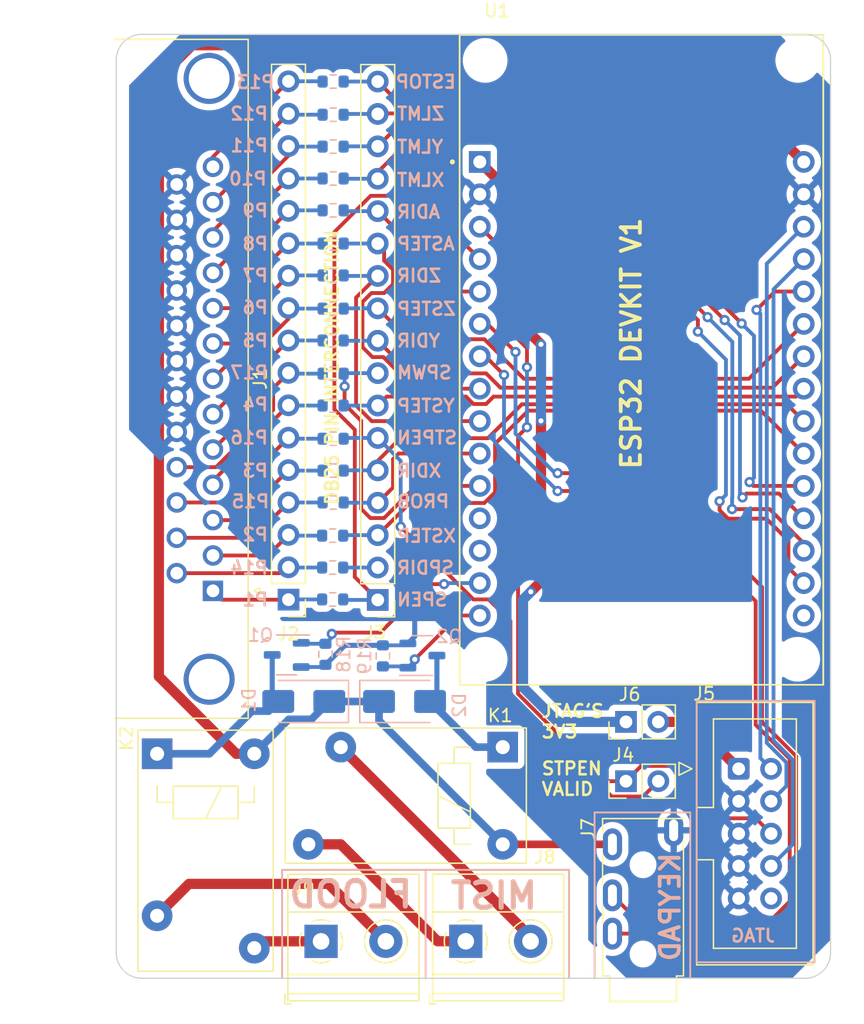
<source format=kicad_pcb>
(kicad_pcb (version 20221018) (generator pcbnew)
  (layers (0 "F.Cu" signal) (31 "B.Cu" signal) (34 "B.Paste" user) (35 "F.Paste" user) (36 "B.SilkS" user "B.Silkscreen") (37 "F.SilkS" user "F.Silkscreen") (38 "B.Mask" user) (39 "F.Mask" user) (44 "Edge.Cuts" user))
  (net 0 "")
  (net 1 "+5V")
  (net 2 "Net-(D1-A)")
  (net 3 "Net-(D2-A)")
  (net 4 "Net-(J2-Pin_1)")
  (net 5 "Net-(J2-Pin_3)")
  (net 6 "Net-(J2-Pin_5)")
  (net 7 "Net-(J2-Pin_7)")
  (net 8 "Net-(J2-Pin_9)")
  (net 9 "Net-(J2-Pin_10)")
  (net 10 "Net-(J2-Pin_11)")
  (net 11 "Net-(J2-Pin_12)")
  (net 12 "Net-(J2-Pin_13)")
  (net 13 "Net-(J2-Pin_14)")
  (net 14 "Net-(J2-Pin_15)")
  (net 15 "Net-(J2-Pin_16)")
  (net 16 "Net-(J2-Pin_17)")
  (net 17 "Net-(J1-P14)")
  (net 18 "Net-(J1-P15)")
  (net 19 "Net-(J1-P16)")
  (net 20 "Net-(J1-P17)")
  (net 21 "GND")
  (net 22 "/SPEN")
  (net 23 "/SPDIR")
  (net 24 "/XSTEP")
  (net 25 "/PROB")
  (net 26 "/XDIR")
  (net 27 "/STPEN")
  (net 28 "/YSTEP")
  (net 29 "Net-(J5-Pin_1)")
  (net 30 "/JTMS")
  (net 31 "/JTCK")
  (net 32 "/JTDO")
  (net 33 "/JTDI")
  (net 35 "Net-(J8-Pin_1)")
  (net 36 "Net-(J8-Pin_2)")
  (net 37 "Net-(J9-Pin_1)")
  (net 38 "Net-(J9-Pin_2)")
  (net 39 "/MIST")
  (net 40 "/FLOOD")
  (net 41 "/SPWM")
  (net 42 "/YDIR")
  (net 43 "/ZSTEP")
  (net 44 "/ZDIR")
  (net 45 "/ASTEP")
  (net 46 "/ADIR")
  (net 47 "/XLMT")
  (net 48 "/YLMT")
  (net 49 "/ZLMT")
  (net 50 "/ESTOP")
  (net 51 "+3V3")
  (net 52 "/RX2")
  (net 53 "/TX2")
  (footprint "TerminalBlock_Phoenix:TerminalBlock_Phoenix_MKDS-1,5-2-5.08_1x02_P5.08mm_Horizontal" (layer "F.Cu") (at 47.4 91.1)
    (fp_text reference "J8")
    (fp_text value "Term5.08")
  )
  (footprint "Connector_PinHeader_2.54mm:PinHeader_1x17_P2.54mm_Vertical" (layer "F.Cu") (at 40.5 64.34 180)
    (fp_text reference "J3")
    (fp_text value "Conn_01x17_Pin")
  )
  (footprint "Connector_PinHeader_2.54mm:PinHeader_1x17_P2.54mm_Vertical" (layer "F.Cu") (at 33.5 64.32 180)
    (fp_text reference "J2")
    (fp_text value "Conn_01x17_Pin")
  )
  (footprint "ExtraFootprints:Relay_HF32FV-G" (layer "F.Cu") (at 23.2 76.4 -90)
    (fp_text reference "K2")
    (fp_text value "Relay_SPST-NO")
  )
  (footprint "Connector_PinHeader_2.54mm:PinHeader_1x02_P2.54mm_Vertical" (layer "F.Cu") (at 59.96 73.9 90)
    (fp_text reference "J6")
    (fp_text value "JMPR")
  )
  (footprint "TerminalBlock_Phoenix:TerminalBlock_Phoenix_MKDS-1,5-2-5.08_1x02_P5.08mm_Horizontal" (layer "F.Cu") (at 36.055 91.105)
    (fp_text reference "J9")
    (fp_text value "Term5.08")
  )
  (footprint "Connector_Dsub:DSUB-25_Female_Horizontal_P2.77x2.84mm_EdgePinOffset4.94mm_Housed_MountingHolesOffset7.48mm" (layer "F.Cu") (at 27.580331 63.625 -90)
    (fp_text reference "J1")
    (fp_text value "DB25_Receptacle")
  )
  (footprint "ExtraFootprints:Relay_HF32FV-G" (layer "F.Cu") (at 50.3 75.88 180)
    (fp_text reference "K1")
    (fp_text value "Relay_SPST-NO")
  )
  (footprint "Connector_PinHeader_2.54mm:PinHeader_1x02_P2.54mm_Vertical" (layer "F.Cu") (at 59.96 78.55 90)
    (fp_text reference "J4")
    (fp_text value "JMPR")
  )
  (footprint "ExtraFootprints:Jack_3.5mm_PJ-320A" (layer "F.Cu") (at 61.3 87.35 90)
    (fp_text reference "J7")
    (fp_text value "AudioJack4")
  )
  (footprint "Connector_IDC:IDC-Header_2x05_P2.54mm_Vertical" (layer "F.Cu") (at 68.8 77.58)
    (fp_text reference "J5")
    (fp_text value "Conn_02x05_Odd_Even")
  )
  (footprint "ExtraFootprints:MODULE_ESP32_DEVKIT_V1" (layer "F.Cu") (at 61.2 45.515)
    (fp_text reference "U1")
    (fp_text value "ESP32-DEVKIT-V1")
  )
  (footprint "Package_TO_SOT_SMD:SOT-23-3" (layer "B.Cu") (at 33.3625 68.65 180)
    (fp_text reference "Q1")
    (fp_text value "AO3416")
  )
  (footprint "Resistor_SMD:R_0603_1608Metric" (layer "B.Cu") (at 36.965 59.3 180)
    (fp_text reference "R3" hide)
    (fp_text value "0R")
  )
  (footprint "Resistor_SMD:R_0603_1608Metric" (layer "B.Cu") (at 37 28.8 180)
    (fp_text reference "R15" hide)
    (fp_text value "0R")
  )
  (footprint "Resistor_SMD:R_0603_1608Metric" (layer "B.Cu") (at 36.965 64.3 180)
    (fp_text reference "R1" hide)
    (fp_text value "0R")
  )
  (footprint "Resistor_SMD:R_0603_1608Metric" (layer "B.Cu") (at 37 31.3 180)
    (fp_text reference "R14" hide)
    (fp_text value "0R")
  )
  (footprint "Resistor_SMD:R_0603_1608Metric" (layer "B.Cu") (at 37 38.9 180)
    (fp_text reference "R11" hide)
    (fp_text value "0R")
  )
  (footprint "Resistor_SMD:R_0603_1608Metric" (layer "B.Cu") (at 37 33.8 180)
    (fp_text reference "R13" hide)
    (fp_text value "0R")
  )
  (footprint "Package_TO_SOT_SMD:SOT-23-3" (layer "B.Cu") (at 44 68.7)
    (fp_text reference "Q2")
    (fp_text value "AO3416")
  )
  (footprint "Resistor_SMD:R_0603_1608Metric" (layer "B.Cu") (at 37 56.7 180)
    (fp_text reference "R4" hide)
    (fp_text value "0R")
  )
  (footprint "Diode_SMD:D_SMA" (layer "B.Cu") (at 34.7 72.3 180)
    (fp_text reference "D1")
    (fp_text value "D_Schottky")
  )
  (footprint "Resistor_SMD:R_0603_1608Metric" (layer "B.Cu") (at 37 26.3 180)
    (fp_text reference "R16" hide)
    (fp_text value "0R")
  )
  (footprint "Resistor_SMD:R_0603_1608Metric" (layer "B.Cu") (at 37 54.2 180)
    (fp_text reference "R5" hide)
    (fp_text value "0R")
  )
  (footprint "Resistor_SMD:R_0603_1608Metric" (layer "B.Cu") (at 36.965 61.8 180)
    (fp_text reference "R2" hide)
    (fp_text value "0R")
  )
  (footprint "Resistor_SMD:R_0603_1608Metric" (layer "B.Cu") (at 37 41.5 180)
    (fp_text reference "R10" hide)
    (fp_text value "0R")
  )
  (footprint "Resistor_SMD:R_0603_1608Metric" (layer "B.Cu") (at 37 51.7 180)
    (fp_text reference "R6" hide)
    (fp_text value "0R")
  )
  (footprint "Resistor_SMD:R_0603_1608Metric" (layer "B.Cu") (at 40.9 68.725 -90)
    (fp_text reference "R19")
    (fp_text value "100K")
  )
  (footprint "Resistor_SMD:R_0603_1608Metric" (layer "B.Cu") (at 37 23.7 180)
    (fp_text reference "R17" hide)
    (fp_text value "0R")
  )
  (footprint "Resistor_SMD:R_0603_1608Metric" (layer "B.Cu") (at 37 44 180)
    (fp_text reference "R9" hide)
    (fp_text value "0R")
  )
  (footprint "Resistor_SMD:R_0603_1608Metric" (layer "B.Cu") (at 37 49.1 180)
    (fp_text reference "R7" hide)
    (fp_text value "0R")
  )
  (footprint "Resistor_SMD:R_0603_1608Metric" (layer "B.Cu") (at 37 46.6 180)
    (fp_text reference "R8" hide)
    (fp_text value "0R")
  )
  (footprint "Resistor_SMD:R_0603_1608Metric" (layer "B.Cu") (at 36.4 68.6 90)
    (fp_text reference "R18")
    (fp_text value "100K")
  )
  (footprint "Diode_SMD:D_SMA" (layer "B.Cu") (at 42.6 72.3)
    (fp_text reference "D2")
    (fp_text value "D_Schottky")
  )
  (footprint "Resistor_SMD:R_0603_1608Metric" (layer "B.Cu") (at 37 36.4 180)
    (fp_text reference "R12" hide)
    (fp_text value "0R")
  )
  (gr_line (start 33 94) (end 33 85.5) (stroke (width 0.15)) (layer "B.SilkS"))
  (gr_line (start 44.25 94) (end 44.25 85.5) (stroke (width 0.15)) (layer "B.SilkS"))
  (gr_line (start 65.5 92.75) (end 65.5 72.25) (stroke (width 0.15)) (layer "B.SilkS"))
  (gr_line (start 74.75 72.25) (end 74.75 92.75) (stroke (width 0.15)) (layer "B.SilkS"))
  (gr_line (start 65.5 72.25) (end 74.75 72.25) (stroke (width 0.15)) (layer "B.SilkS"))
  (gr_line (start 57.5 94) (end 57.5 81) (stroke (width 0.15)) (layer "B.SilkS"))
  (gr_line (start 55.5 85.5) (end 55.5 94) (stroke (width 0.15)) (layer "B.SilkS"))
  (gr_line (start 57.5 81) (end 65 81) (stroke (width 0.15)) (layer "B.SilkS"))
  (gr_line (start 33 85.5) (end 55.5 85.5) (stroke (width 0.15)) (layer "B.SilkS"))
  (gr_line (start 65 81) (end 65 94) (stroke (width 0.15)) (layer "B.SilkS"))
  (gr_line (start 74.75 92.75) (end 65.5 92.75) (stroke (width 0.15)) (layer "B.SilkS"))
  (gr_line (start 22 20) (end 74 20) (stroke (width 0.1)) (layer "Edge.Cuts"))
  (gr_line (start 20 92) (end 20 22) (stroke (width 0.1)) (layer "Edge.Cuts"))
  (gr_arc (start 22 94) (mid 20.585786 93.414214) (end 20 92) (stroke (width 0.1)) (layer "Edge.Cuts"))
  (gr_line (start 76 22) (end 76 92) (stroke (width 0.1)) (layer "Edge.Cuts"))
  (gr_arc (start 74 20) (mid 75.414214 20.585786) (end 76 22) (stroke (width 0.1)) (layer "Edge.Cuts"))
  (gr_arc (start 76 92) (mid 75.414214 93.414214) (end 74 94) (stroke (width 0.1)) (layer "Edge.Cuts"))
  (gr_line (start 74 94) (end 22 94) (stroke (width 0.1)) (layer "Edge.Cuts"))
  (gr_arc (start 20 22) (mid 20.585786 20.585786) (end 22 20) (stroke (width 0.1)) (layer "Edge.Cuts"))
  (gr_text "P13" (at 32.5 23.75) (layer "B.SilkS") (effects (font (size 1 1) (thickness 0.2) bold) (justify left mirror)))
  (gr_text "XLMT" (at 41.9 31.42) (layer "B.SilkS") (effects (font (size 1 1) (thickness 0.2) bold) (justify right mirror)))
  (gr_text "ZDIR" (at 41.9 38.92) (layer "B.SilkS") (effects (font (size 1 1) (thickness 0.2) bold) (justify right mirror)))
  (gr_text "SPDIR" (at 41.9 61.82) (layer "B.SilkS") (effects (font (size 1 1) (thickness 0.2) bold) (justify right mirror)))
  (gr_text "P6" (at 32 41.42) (layer "B.SilkS") (effects (font (size 1 1) (thickness 0.2) bold) (justify left mirror)))
  (gr_text "ADIR" (at 41.9 33.92) (layer "B.SilkS") (effects (font (size 1 1) (thickness 0.2) bold) (justify right mirror)))
  (gr_text "YSTEP" (at 41.9 49.12) (layer "B.SilkS") (effects (font (size 1 1) (thickness 0.2) bold) (justify right mirror)))
  (gr_text "FLOOD" (at 43.4 88.6) (layer "B.SilkS") (effects (font (size 2 2) (thickness 0.4) bold) (justify left bottom mirror)))
  (gr_text "P10" (at 31.9 31.32) (layer "B.SilkS") (effects (font (size 1 1) (thickness 0.2) bold) (justify left mirror)))
  (gr_text "XDIR" (at 41.9 54.22) (layer "B.SilkS") (effects (font (size 1 1) (thickness 0.2) bold) (justify right mirror)))
  (gr_text "JTAG" (at 71.75 91.25) (layer "B.SilkS") (effects (font (size 1 1) (thickness 0.2) bold) (justify left bottom mirror)))
  (gr_text "P5" (at 32 44.02) (layer "B.SilkS") (effects (font (size 1 1) (thickness 0.2) bold) (justify left mirror)))
  (gr_text "P14" (at 32 61.82) (layer "B.SilkS") (effects (font (size 1 1) (thickness 0.2) bold) (justify left mirror)))
  (gr_text "P2" (at 32 59.22) (layer "B.SilkS") (effects (font (size 1 1) (thickness 0.2) bold) (justify left mirror)))
  (gr_text "P11" (at 32 28.72) (layer "B.SilkS") (effects (font (size 1 1) (thickness 0.2) bold) (justify left mirror)))
  (gr_text "P9" (at 32 33.82) (layer "B.SilkS") (effects (font (size 1 1) (thickness 0.2) bold) (justify left mirror)))
  (gr_text "ESTOP" (at 41.8 23.72) (layer "B.SilkS") (effects (font (size 1 1) (thickness 0.2) bold) (justify right mirror)))
  (gr_text "P7" (at 32 38.92) (layer "B.SilkS") (effects (font (size 1 1) (thickness 0.2) bold) (justify left mirror)))
  (gr_text "P3" (at 32 54.22) (layer "B.SilkS") (effects (font (size 1 1) (thickness 0.2) bold) (justify left mirror)))
  (gr_text "P12" (at 32 26.22) (layer "B.SilkS") (effects (font (size 1 1) (thickness 0.2) bold) (justify left mirror)))
  (gr_text "SPEN" (at 41.9 64.32) (layer "B.SilkS") (effects (font (size 1 1) (thickness 0.2) bold) (justify right mirror)))
  (gr_text "P1" (at 32 64.32) (layer "B.SilkS") (effects (font (size 1 1) (thickness 0.2) bold) (justify left mirror)))
  (gr_text "YDIR" (at 41.9 44.02) (layer "B.SilkS") (effects (font (size 1 1) (thickness 0.2) bold) (justify right mirror)))
  (gr_text "P8" (at 32 36.42) (layer "B.SilkS") (effects (font (size 1 1) (thickness 0.2) bold) (justify left mirror)))
  (gr_text "P17" (at 32 46.52) (layer "B.SilkS") (effects (font (size 1 1) (thickness 0.2) bold) (justify left mirror)))
  (gr_text "ZSTEP" (at 41.9 41.52) (layer "B.SilkS") (effects (font (size 1 1) (thickness 0.2) bold) (justify right mirror)))
  (gr_text "P15" (at 32.1 56.62) (layer "B.SilkS") (effects (font (size 1 1) (thickness 0.2) bold) (justify left mirror)))
  (gr_text "SPWM" (at 41.9 46.52) (layer "B.SilkS") (effects (font (size 1 1) (thickness 0.2) bold) (justify right mirror)))
  (gr_text "KEYPAD" (at 64.3 84 90) (layer "B.SilkS") (effects (font (size 1.5 1.5) (thickness 0.3) bold) (justify left bottom mirror)))
  (gr_text "XSTEP" (at 41.9 59.32) (layer "B.SilkS") (effects (font (size 1 1) (thickness 0.2) bold) (justify right mirror)))
  (gr_text "P4" (at 32 49.02) (layer "B.SilkS") (effects (font (size 1 1) (thickness 0.2) bold) (justify left mirror)))
  (gr_text "P16" (at 32 51.62) (layer "B.SilkS") (effects (font (size 1 1) (thickness 0.2) bold) (justify left mirror)))
  (gr_text "ZLMT" (at 41.9 26.22) (layer "B.SilkS") (effects (font (size 1 1) (thickness 0.2) bold) (justify right mirror)))
  (gr_text "MIST" (at 53.2 88.7) (layer "B.SilkS") (effects (font (size 2 2) (thickness 0.4) bold) (justify left bottom mirror)))
  (gr_text "ASTEP" (at 41.9 36.42) (layer "B.SilkS") (effects (font (size 1 1) (thickness 0.2) bold) (justify right mirror)))
  (gr_text "STPEN" (at 41.9 51.62) (layer "B.SilkS") (effects (font (size 1 1) (thickness 0.2) bold) (justify right mirror)))
  (gr_text "PROB" (at 41.9 56.62) (layer "B.SilkS") (effects (font (size 1 1) (thickness 0.2) bold) (justify right mirror)))
  (gr_text "YLMT" (at 41.9 28.82) (layer "B.SilkS") (effects (font (size 1 1) (thickness 0.2) bold) (justify right mirror)))
  (gr_text "ESP32 DEVKIT V1" (at 61.25 54.25 90) (layer "F.SilkS") (effects (font (size 1.5 1.5) (thickness 0.3) bold) (justify left bottom)))
  (gr_text "STPEN\nVALID" (at 53.25 79.75) (layer "F.SilkS") (effects (font (size 1 1) (thickness 0.2) bold) (justify left bottom)))
  (gr_text "JTAG'S\n3V3" (at 53.25 75.25) (layer "F.SilkS") (effects (font (size 1 1) (thickness 0.2) bold) (justify left bottom)))
  (gr_text "DB25 PIN INTERCONNECTION" (at 37.5 57 90) (layer "F.SilkS") (effects (font (size 1 1) (thickness 0.2) bold) (justify left bottom)))
  (segment (start 25.945 20.855) (end 23.340331 23.459669) (width 0.8) (layer "F.Cu") (net 1))
  (segment (start 46.19 24.19) (end 42.855 20.855) (width 0.8) (layer "F.Cu") (net 1))
  (segment (start 73.9 30) (end 68.09 24.19) (width 0.8) (layer "F.Cu") (net 1))
  (segment (start 42.855 20.855) (end 25.945 20.855) (width 0.8) (layer "F.Cu") (net 1))
  (segment (start 29.4 76.4) (end 30.82 76.4) (width 0.8) (layer "F.Cu") (net 1))
  (segment (start 23.340331 70.340331) (end 29.4 76.4) (width 0.8) (layer "F.Cu") (net 1))
  (segment (start 50.3 83.5) (end 58.9 83.5) (width 0.6) (layer "F.Cu") (net 1))
  (segment (start 68.09 24.19) (end 46.19 24.19) (width 0.8) (layer "F.Cu") (net 1))
  (segment (start 23.340331 23.459669) (end 23.340331 70.340331) (width 0.8) (layer "F.Cu") (net 1))
  (segment (start 40.6 73.8) (end 50.3 83.5) (width 0.6) (layer "B.Cu") (net 1))
  (segment (start 33.52 73.7) (end 30.82 76.4) (width 0.6) (layer "B.Cu") (net 1))
  (segment (start 40.6 72.3) (end 40.6 73.8) (width 0.6) (layer "B.Cu") (net 1))
  (segment (start 36.7 72.3) (end 35.3 73.7) (width 0.6) (layer "B.Cu") (net 1))
  (segment (start 35.3 73.7) (end 33.52 73.7) (width 0.6) (layer "B.Cu") (net 1))
  (segment (start 40.6 72.3) (end 36.7 72.3) (width 0.6) (layer "B.Cu") (net 1))
  (segment (start 30.645 73.055) (end 27.3 76.4) (width 0.6) (layer "B.Cu") (net 2))
  (segment (start 27.3 76.4) (end 23.2 76.4) (width 0.6) (layer "B.Cu") (net 2))
  (segment (start 31.945 73.055) (end 30.645 73.055) (width 0.6) (layer "B.Cu") (net 2))
  (segment (start 32.225 68.65) (end 32.225 71.825) (width 0.4) (layer "B.Cu") (net 2))
  (segment (start 32.225 71.825) (end 32.7 72.3) (width 0.4) (layer "B.Cu") (net 2))
  (segment (start 32.7 72.3) (end 31.945 73.055) (width 0.6) (layer "B.Cu") (net 2))
  (segment (start 44.6 72.3) (end 48.18 75.88) (width 0.6) (layer "B.Cu") (net 3))
  (segment (start 45.1375 68.7) (end 45.1375 71.7625) (width 0.4) (layer "B.Cu") (net 3))
  (segment (start 48.18 75.88) (end 50.3 75.88) (width 0.6) (layer "B.Cu") (net 3))
  (segment (start 45.1375 71.7625) (end 44.6 72.3) (width 0.4) (layer "B.Cu") (net 3))
  (segment (start 33.5 64.32) (end 28.275331 64.32) (width 0.3) (layer "F.Cu") (net 4))
  (segment (start 28.275331 64.32) (end 27.580331 63.625) (width 0.3) (layer "F.Cu") (net 4))
  (segment (start 36.14 64.3) (end 33.52 64.3) (width 0.3) (layer "B.Cu") (net 4))
  (segment (start 33.52 64.3) (end 33.5 64.32) (width 0.3) (layer "B.Cu") (net 4))
  (segment (start 31.885 60.855) (end 27.580331 60.855) (width 0.3) (layer "F.Cu") (net 5))
  (segment (start 33.5 59.24) (end 31.885 60.855) (width 0.3) (layer "F.Cu") (net 5))
  (segment (start 33.56 59.3) (end 33.5 59.24) (width 0.3) (layer "B.Cu") (net 5))
  (segment (start 36.14 59.3) (end 33.56 59.3) (width 0.3) (layer "B.Cu") (net 5))
  (segment (start 33.5 54.16) (end 29.575 58.085) (width 0.3) (layer "F.Cu") (net 6))
  (segment (start 29.575 58.085) (end 27.580331 58.085) (width 0.3) (layer "F.Cu") (net 6))
  (segment (start 33.54 54.2) (end 33.5 54.16) (width 0.3) (layer "B.Cu") (net 6))
  (segment (start 36.175 54.2) (end 33.54 54.2) (width 0.3) (layer "B.Cu") (net 6))
  (segment (start 27.580331 54.999669) (end 27.580331 55.315) (width 0.3) (layer "F.Cu") (net 7))
  (segment (start 33.5 49.08) (end 27.580331 54.999669) (width 0.3) (layer "F.Cu") (net 7))
  (segment (start 36.175 49.1) (end 33.52 49.1) (width 0.3) (layer "B.Cu") (net 7))
  (segment (start 33.52 49.1) (end 33.5 49.08) (width 0.3) (layer "B.Cu") (net 7))
  (segment (start 31.3 46.2) (end 31.3 48.825331) (width 0.3) (layer "F.Cu") (net 8))
  (segment (start 33.5 44) (end 31.3 46.2) (width 0.3) (layer "F.Cu") (net 8))
  (segment (start 31.3 48.825331) (end 27.580331 52.545) (width 0.3) (layer "F.Cu") (net 8))
  (segment (start 36.175 44) (end 33.5 44) (width 0.3) (layer "B.Cu") (net 8))
  (segment (start 30.2 45.602943) (end 30.2 47.155331) (width 0.3) (layer "F.Cu") (net 9))
  (segment (start 33.5 41.46) (end 33.5 42.302943) (width 0.3) (layer "F.Cu") (net 9))
  (segment (start 30.2 47.155331) (end 27.580331 49.775) (width 0.3) (layer "F.Cu") (net 9))
  (segment (start 33.5 42.302943) (end 30.2 45.602943) (width 0.3) (layer "F.Cu") (net 9))
  (segment (start 36.175 41.5) (end 33.54 41.5) (width 0.3) (layer "B.Cu") (net 9))
  (segment (start 33.54 41.5) (end 33.5 41.46) (width 0.3) (layer "B.Cu") (net 9))
  (segment (start 33.5 38.92) (end 31.6 40.82) (width 0.3) (layer "F.Cu") (net 10))
  (segment (start 31.6 40.82) (end 31.6 42.985331) (width 0.3) (layer "F.Cu") (net 10))
  (segment (start 31.6 42.985331) (end 27.580331 47.005) (width 0.3) (layer "F.Cu") (net 10))
  (segment (start 33.52 38.9) (end 33.5 38.92) (width 0.3) (layer "B.Cu") (net 10))
  (segment (start 36.175 38.9) (end 33.52 38.9) (width 0.3) (layer "B.Cu") (net 10))
  (segment (start 31 42.2) (end 28.965 44.235) (width 0.3) (layer "F.Cu") (net 11))
  (segment (start 33.5 36.38) (end 31 38.88) (width 0.3) (layer "F.Cu") (net 11))
  (segment (start 31 38.88) (end 31 42.2) (width 0.3) (layer "F.Cu") (net 11))
  (segment (start 28.965 44.235) (end 27.580331 44.235) (width 0.3) (layer "F.Cu") (net 11))
  (segment (start 33.52 36.4) (end 33.5 36.38) (width 0.3) (layer "B.Cu") (net 11))
  (segment (start 36.175 36.4) (end 33.52 36.4) (width 0.3) (layer "B.Cu") (net 11))
  (segment (start 30.3 40.3) (end 29.135 41.465) (width 0.3) (layer "F.Cu") (net 12))
  (segment (start 30.3 37.04) (end 30.3 40.3) (width 0.3) (layer "F.Cu") (net 12))
  (segment (start 33.5 33.84) (end 30.3 37.04) (width 0.3) (layer "F.Cu") (net 12))
  (segment (start 29.135 41.465) (end 27.580331 41.465) (width 0.3) (layer "F.Cu") (net 12))
  (segment (start 36.175 33.8) (end 33.54 33.8) (width 0.3) (layer "B.Cu") (net 12))
  (segment (start 33.54 33.8) (end 33.5 33.84) (width 0.3) (layer "B.Cu") (net 12))
  (segment (start 29.5 35.3) (end 29.5 36.775331) (width 0.3) (layer "F.Cu") (net 13))
  (segment (start 33.5 31.3) (end 29.5 35.3) (width 0.3) (layer "F.Cu") (net 13))
  (segment (start 29.5 36.775331) (end 27.580331 38.695) (width 0.3) (layer "F.Cu") (net 13))
  (segment (start 36.175 31.3) (end 33.5 31.3) (width 0.3) (layer "B.Cu") (net 13))
  (segment (start 33.5 28.76) (end 33.5 29.507106) (width 0.3) (layer "F.Cu") (net 14))
  (segment (start 27.580331 35.426775) (end 27.580331 35.925) (width 0.3) (layer "F.Cu") (net 14))
  (segment (start 33.5 29.507106) (end 27.580331 35.426775) (width 0.3) (layer "F.Cu") (net 14))
  (segment (start 33.54 28.8) (end 33.5 28.76) (width 0.3) (layer "B.Cu") (net 14))
  (segment (start 36.175 28.8) (end 33.54 28.8) (width 0.3) (layer "B.Cu") (net 14))
  (segment (start 33.5 26.22) (end 31.1 28.62) (width 0.3) (layer "F.Cu") (net 15))
  (segment (start 31.1 28.62) (end 31.1 29.635331) (width 0.3) (layer "F.Cu") (net 15))
  (segment (start 31.1 29.635331) (end 27.580331 33.155) (width 0.3) (layer "F.Cu") (net 15))
  (segment (start 33.58 26.3) (end 33.5 26.22) (width 0.3) (layer "B.Cu") (net 15))
  (segment (start 36.175 26.3) (end 33.58 26.3) (width 0.3) (layer "B.Cu") (net 15))
  (segment (start 33.5 23.68) (end 27.580331 29.599669) (width 0.3) (layer "F.Cu") (net 16))
  (segment (start 27.580331 29.599669) (end 27.580331 30.385) (width 0.3) (layer "F.Cu") (net 16))
  (segment (start 33.5 23.68) (end 36.155 23.68) (width 0.3) (layer "B.Cu") (net 16))
  (segment (start 36.155 23.68) (end 36.175 23.7) (width 0.3) (layer "B.Cu") (net 16))
  (segment (start 33.5 61.78) (end 33.04 62.24) (width 0.3) (layer "F.Cu") (net 17))
  (segment (start 33.04 62.24) (end 24.740331 62.24) (width 0.3) (layer "F.Cu") (net 17))
  (segment (start 33.52 61.8) (end 33.5 61.78) (width 0.3) (layer "B.Cu") (net 17))
  (segment (start 36.14 61.8) (end 33.52 61.8) (width 0.3) (layer "B.Cu") (net 17))
  (segment (start 33.5 56.7) (end 30.73 59.47) (width 0.3) (layer "F.Cu") (net 18))
  (segment (start 30.73 59.47) (end 24.740331 59.47) (width 0.3) (layer "F.Cu") (net 18))
  (segment (start 36.175 56.7) (end 33.5 56.7) (width 0.3) (layer "B.Cu") (net 18))
  (segment (start 28.42 56.7) (end 24.740331 56.7) (width 0.3) (layer "F.Cu") (net 19))
  (segment (start 33.5 51.62) (end 28.42 56.7) (width 0.3) (layer "F.Cu") (net 19))
  (segment (start 36.175 51.7) (end 33.58 51.7) (width 0.3) (layer "B.Cu") (net 19))
  (segment (start 33.58 51.7) (end 33.5 51.62) (width 0.3) (layer "B.Cu") (net 19))
  (segment (start 33.5 46.54) (end 32.3 47.74) (width 0.3) (layer "F.Cu") (net 20))
  (segment (start 32.3 49.451677) (end 27.821677 53.93) (width 0.3) (layer "F.Cu") (net 20))
  (segment (start 32.3 47.74) (end 32.3 49.451677) (width 0.3) (layer "F.Cu") (net 20))
  (segment (start 27.821677 53.93) (end 24.740331 53.93) (width 0.3) (layer "F.Cu") (net 20))
  (segment (start 36.175 46.6) (end 33.56 46.6) (width 0.3) (layer "B.Cu") (net 20))
  (segment (start 33.56 46.6) (end 33.5 46.54) (width 0.3) (layer "B.Cu") (net 20))
  (segment (start 42.8625 67.75) (end 43.4 67.2125) (width 0.4) (layer "B.Cu") (net 21))
  (segment (start 40.9 67.9) (end 37.925 67.9) (width 0.4) (layer "B.Cu") (net 21))
  (segment (start 40.9 67.9) (end 42.7125 67.9) (width 0.3) (layer "B.Cu") (net 21))
  (segment (start 36.225 69.6) (end 36.4 69.425) (width 0.3) (layer "B.Cu") (net 21))
  (segment (start 37.925 67.9) (end 36.4 69.425) (width 0.4) (layer "B.Cu") (net 21))
  (segment (start 34.5 69.6) (end 36.225 69.6) (width 0.3) (layer "B.Cu") (net 21))
  (segment (start 43.4 67.2125) (end 43.4 65.4) (width 0.4) (layer "B.Cu") (net 21))
  (segment (start 42.7125 67.9) (end 42.8625 67.75) (width 0.3) (layer "B.Cu") (net 21))
  (segment (start 48.5 37.62) (end 43.54 32.66) (width 0.3) (layer "F.Cu") (net 22))
  (segment (start 37.1 49.4) (end 38.7 51) (width 0.3) (layer "F.Cu") (net 22))
  (segment (start 38.7 51) (end 38.7 62.54) (width 0.3) (layer "F.Cu") (net 22))
  (segment (start 38.7 62.54) (end 40.5 64.34) (width 0.3) (layer "F.Cu") (net 22))
  (segment (start 37.1 35.5) (end 37.1 49.4) (width 0.3) (layer "F.Cu") (net 22))
  (segment (start 43.54 32.66) (end 39.94 32.66) (width 0.3) (layer "F.Cu") (net 22))
  (segment (start 39.94 32.66) (end 37.1 35.5) (width 0.3) (layer "F.Cu") (net 22))
  (segment (start 40.5 64.34) (end 37.83 64.34) (width 0.3) (layer "B.Cu") (net 22))
  (segment (start 37.83 64.34) (end 37.79 64.3) (width 0.3) (layer "B.Cu") (net 22))
  (segment (start 40.5 61.8) (end 37.79 61.8) (width 0.3) (layer "B.Cu") (net 23))
  (segment (start 73.9 52.86) (end 70.54 49.5) (width 0.3) (layer "F.Cu") (net 24))
  (segment (start 49.7 55.897057) (end 48.857057 56.74) (width 0.3) (layer "F.Cu") (net 24))
  (segment (start 48.857057 56.74) (end 43.02 56.74) (width 0.3) (layer "F.Cu") (net 24))
  (segment (start 52.3 49.5) (end 49.7 52.1) (width 0.3) (layer "F.Cu") (net 24))
  (segment (start 49.7 52.1) (end 49.7 55.897057) (width 0.3) (layer "F.Cu") (net 24))
  (segment (start 70.54 49.5) (end 52.3 49.5) (width 0.3) (layer "F.Cu") (net 24))
  (segment (start 43.02 56.74) (end 40.5 59.26) (width 0.3) (layer "F.Cu") (net 24))
  (segment (start 40.5 59.26) (end 37.83 59.26) (width 0.3) (layer "B.Cu") (net 24))
  (segment (start 37.83 59.26) (end 37.79 59.3) (width 0.3) (layer "B.Cu") (net 24))
  (segment (start 41.7 53.3) (end 41.7 55.52) (width 0.3) (layer "F.Cu") (net 25))
  (segment (start 48.5 52.86) (end 42.14 52.86) (width 0.3) (layer "F.Cu") (net 25))
  (segment (start 41.7 55.52) (end 40.5 56.72) (width 0.3) (layer "F.Cu") (net 25))
  (segment (start 42.14 52.86) (end 41.7 53.3) (width 0.3) (layer "F.Cu") (net 25))
  (segment (start 37.845 56.72) (end 37.825 56.7) (width 0.3) (layer "B.Cu") (net 25))
  (segment (start 40.5 56.72) (end 37.845 56.72) (width 0.3) (layer "B.Cu") (net 25))
  (segment (start 40.5 53.432893) (end 40.5 54.18) (width 0.3) (layer "F.Cu") (net 26))
  (segment (start 51.8 49) (end 49.14 51.66) (width 0.3) (layer "F.Cu") (net 26))
  (segment (start 72.58 49) (end 51.8 49) (width 0.3) (layer "F.Cu") (net 26))
  (segment (start 73.9 50.32) (end 72.58 49) (width 0.3) (layer "F.Cu") (net 26))
  (segment (start 42.272893 51.66) (end 40.5 53.432893) (width 0.3) (layer "F.Cu") (net 26))
  (segment (start 49.14 51.66) (end 42.272893 51.66) (width 0.3) (layer "F.Cu") (net 26))
  (segment (start 37.845 54.18) (end 37.825 54.2) (width 0.3) (layer "B.Cu") (net 26))
  (segment (start 40.5 54.18) (end 37.845 54.18) (width 0.3) (layer "B.Cu") (net 26))
  (segment (start 58.842893 79.75) (end 61.3 79.75) (width 0.3) (layer "F.Cu") (net 27))
  (segment (start 50.9 71.807107) (end 58.842893 79.75) (width 0.3) (layer "F.Cu") (net 27))
  (segment (start 42.3 58.6) (end 48 64.3) (width 0.3) (layer "F.Cu") (net 27))
  (segment (start 61.3 79.75) (end 62.5 78.55) (width 0.3) (layer "F.Cu") (net 27))
  (segment (start 50.9 66) (end 50.9 71.807107) (width 0.3) (layer "F.Cu") (net 27))
  (segment (start 49.2 64.3) (end 50.9 66) (width 0.3) (layer "F.Cu") (net 27))
  (segment (start 48 64.3) (end 49.2 64.3) (width 0.3) (layer "F.Cu") (net 27))
  (via (at 42.3 58.6) (size 0.8) (drill 0.4) (layers "F.Cu" "B.Cu") (net 27))
  (segment (start 37.885 51.64) (end 37.825 51.7) (width 0.3) (layer "B.Cu") (net 27))
  (segment (start 40.5 51.64) (end 37.885 51.64) (width 0.3) (layer "B.Cu") (net 27))
  (segment (start 42.3 53.44) (end 42.3 58.6) (width 0.3) (layer "B.Cu") (net 27))
  (segment (start 40.5 51.64) (end 42.3 53.44) (width 0.3) (layer "B.Cu") (net 27))
  (segment (start 48.002943 48.98) (end 47.422943 48.4) (width 0.3) (layer "F.Cu") (net 28))
  (segment (start 47.422943 48.4) (end 41.2 48.4) (width 0.3) (layer "F.Cu") (net 28))
  (segment (start 48.997057 48.98) (end 48.002943 48.98) (width 0.3) (layer "F.Cu") (net 28))
  (segment (start 73.28 48.4) (end 49.577057 48.4) (width 0.3) (layer "F.Cu") (net 28))
  (segment (start 41.2 48.4) (end 40.5 49.1) (width 0.3) (layer "F.Cu") (net 28))
  (segment (start 49.577057 48.4) (end 48.997057 48.98) (width 0.3) (layer "F.Cu") (net 28))
  (segment (start 73.9 47.78) (end 73.28 48.4) (width 0.3) (layer "F.Cu") (net 28))
  (segment (start 40.5 49.1) (end 37.825 49.1) (width 0.3) (layer "B.Cu") (net 28))
  (segment (start 65.12 73.9) (end 68.8 77.58) (width 0.8) (layer "F.Cu") (net 29))
  (segment (start 62.5 73.9) (end 65.12 73.9) (width 0.8) (layer "F.Cu") (net 29))
  (segment (start 70.2 41.6) (end 71.64 40.16) (width 0.3) (layer "F.Cu") (net 30))
  (segment (start 71.64 40.16) (end 73.9 40.16) (width 0.3) (layer "F.Cu") (net 30))
  (via (at 70.2 41.6) (size 0.8) (drill 0.4) (layers "F.Cu" "B.Cu") (net 30))
  (segment (start 70.25 41.65) (end 70.2 41.6) (width 0.3) (layer "B.Cu") (net 30))
  (segment (start 70.5 76.74) (end 71.34 77.58) (width 0.3) (layer "B.Cu") (net 30))
  (segment (start 70.2 41.6) (end 70.5 41.9) (width 0.3) (layer "B.Cu") (net 30))
  (segment (start 70.5 41.9) (end 70.5 76.74) (width 0.3) (layer "B.Cu") (net 30))
  (segment (start 71 75.542943) (end 72.54 77.082943) (width 0.3) (layer "B.Cu") (net 31))
  (segment (start 73.9 35.08) (end 71 37.98) (width 0.3) (layer "B.Cu") (net 31))
  (segment (start 71 37.98) (end 71 75.542943) (width 0.3) (layer "B.Cu") (net 31))
  (segment (start 72.54 78.92) (end 71.34 80.12) (width 0.3) (layer "B.Cu") (net 31))
  (segment (start 72.54 77.082943) (end 72.54 78.92) (width 0.3) (layer "B.Cu") (net 31))
  (segment (start 48.5 35.08) (end 50.2 36.78) (width 0.3) (layer "F.Cu") (net 32))
  (segment (start 70.14 81.46) (end 71.34 82.66) (width 0.3) (layer "F.Cu") (net 32))
  (segment (start 52.2 50.8) (end 51.5 51.5) (width 0.3) (layer "F.Cu") (net 32))
  (segment (start 59.96 78.55) (end 61.16 77.35) (width 0.3) (layer "F.Cu") (net 32))
  (segment (start 50.2 42.6) (end 52.2 44.6) (width 0.3) (layer "F.Cu") (net 32))
  (segment (start 58.35 78.55) (end 59.96 78.55) (width 0.3) (layer "F.Cu") (net 32))
  (segment (start 51.5 71.7) (end 58.35 78.55) (width 0.3) (layer "F.Cu") (net 32))
  (segment (start 51.5 51.5) (end 51.5 71.7) (width 0.3) (layer "F.Cu") (net 32))
  (segment (start 63.75 77.35) (end 67.86 81.46) (width 0.3) (layer "F.Cu") (net 32))
  (segment (start 67.86 81.46) (end 70.14 81.46) (width 0.3) (layer "F.Cu") (net 32))
  (segment (start 61.16 77.35) (end 63.75 77.35) (width 0.3) (layer "F.Cu") (net 32))
  (segment (start 50.2 36.78) (end 50.2 42.6) (width 0.3) (layer "F.Cu") (net 32))
  (segment (start 52.2 44.6) (end 52.2 46.1) (width 0.3) (layer "F.Cu") (net 32))
  (via (at 52.2 46.1) (size 0.8) (drill 0.4) (layers "F.Cu" "B.Cu") (net 32))
  (via (at 52.2 50.8) (size 0.8) (drill 0.4) (layers "F.Cu" "B.Cu") (net 32))
  (segment (start 52.2 46.1) (end 52.2 50.8) (width 0.3) (layer "B.Cu") (net 32))
  (segment (start 71.53 39.99) (end 71.53 75.365837) (width 0.3) (layer "B.Cu") (net 33))
  (segment (start 73.9 37.62) (end 71.53 39.99) (width 0.3) (layer "B.Cu") (net 33))
  (segment (start 73.04 76.875837) (end 73.04 83.5) (width 0.3) (layer "B.Cu") (net 33))
  (segment (start 73.04 83.5) (end 71.34 85.2) (width 0.3) (layer "B.Cu") (net 33))
  (segment (start 71.53 75.365837) (end 73.04 76.875837) (width 0.3) (layer "B.Cu") (net 33))
  (segment (start 37.6 83.5) (end 35.06 83.5) (width 0.8) (layer "F.Cu") (net 35))
  (segment (start 45.2 91.1) (end 47.4 91.1) (width 0.8) (layer "F.Cu") (net 35))
  (segment (start 37.6 83.5) (end 45.2 91.1) (width 0.8) (layer "F.Cu") (net 35))
  (segment (start 37.6 75.88) (end 52.48 90.76) (width 0.8) (layer "F.Cu") (net 36))
  (segment (start 52.48 90.76) (end 52.48 91.1) (width 0.8) (layer "F.Cu") (net 36))
  (segment (start 31.355 91.105) (end 30.82 91.64) (width 0.8) (layer "F.Cu") (net 37))
  (segment (start 36.055 91.105) (end 31.355 91.105) (width 0.8) (layer "F.Cu") (net 37))
  (segment (start 25.7 86.6) (end 23.2 89.1) (width 0.8) (layer "F.Cu") (net 38))
  (segment (start 41.135 91.105) (end 36.63 86.6) (width 0.8) (layer "F.Cu") (net 38))
  (segment (start 36.63 86.6) (end 25.7 86.6) (width 0.8) (layer "F.Cu") (net 38))
  (segment (start 46.84 65.56) (end 43.4 69) (width 0.3) (layer "F.Cu") (net 39))
  (segment (start 48.5 65.56) (end 46.84 65.56) (width 0.3) (layer "F.Cu") (net 39))
  (via (at 43.4 69) (size 0.8) (drill 0.4) (layers "F.Cu" "B.Cu") (net 39))
  (segment (start 42.8625 69.65) (end 42.8625 69.605393) (width 0.3) (layer "B.Cu") (net 39))
  (segment (start 40.9 69.55) (end 42.7625 69.55) (width 0.3) (layer "B.Cu") (net 39))
  (segment (start 43.4 69.1125) (end 42.8625 69.65) (width 0.3) (layer "B.Cu") (net 39))
  (segment (start 43.4 69) (end 43.4 69.1125) (width 0.3) (layer "B.Cu") (net 39))
  (segment (start 42.7625 69.55) (end 42.8625 69.65) (width 0.3) (layer "B.Cu") (net 39))
  (segment (start 37 66.9) (end 36.9 67) (width 0.3) (layer "F.Cu") (net 40))
  (segment (start 40.7 66.9) (end 37 66.9) (width 0.3) (layer "F.Cu") (net 40))
  (segment (start 45.7 63.1) (end 44.5 63.1) (width 0.3) (layer "F.Cu") (net 40))
  (segment (start 44.5 63.1) (end 40.7 66.9) (width 0.3) (layer "F.Cu") (net 40))
  (via (at 45.7 63.1) (size 0.8) (drill 0.4) (layers "F.Cu" "B.Cu") (net 40))
  (via (at 36.9 67) (size 0.8) (drill 0.4) (layers "F.Cu" "B.Cu") (net 40))
  (segment (start 45.78 63.02) (end 45.7 63.1) (width 0.3) (layer "B.Cu") (net 40))
  (segment (start 36.4 67.775) (end 34.575 67.775) (width 0.3) (layer "B.Cu") (net 40))
  (segment (start 34.575 67.775) (end 34.5 67.7) (width 0.3) (layer "B.Cu") (net 40))
  (segment (start 36.9 67) (end 36.9 67.275) (width 0.3) (layer "B.Cu") (net 40))
  (segment (start 36.9 67.275) (end 36.4 67.775) (width 0.3) (layer "B.Cu") (net 40))
  (segment (start 48.5 63.02) (end 45.78 63.02) (width 0.3) (layer "B.Cu") (net 40))
  (segment (start 39.2 50.3) (end 37.9 49) (width 0.3) (layer "F.Cu") (net 41))
  (segment (start 40.997057 57.92) (end 39.92 57.92) (width 0.3) (layer "F.Cu") (net 41))
  (segment (start 37.9 49) (end 37.9 47.6) (width 0.3) (layer "F.Cu") (net 41))
  (segment (start 48.5 55.4) (end 43.517057 55.4) (width 0.3) (layer "F.Cu") (net 41))
  (segment (start 39.92 57.92) (end 39.2 57.2) (width 0.3) (layer "F.Cu") (net 41))
  (segment (start 43.517057 55.4) (end 40.997057 57.92) (width 0.3) (layer "F.Cu") (net 41))
  (segment (start 39.2 57.2) (end 39.2 50.3) (width 0.3) (layer "F.Cu") (net 41))
  (via (at 37.9 47.6) (size 0.8) (drill 0.4) (layers "F.Cu" "B.Cu") (net 41))
  (segment (start 37.865 46.56) (end 37.825 46.6) (width 0.3) (layer "B.Cu") (net 41))
  (segment (start 40.5 46.56) (end 37.865 46.56) (width 0.3) (layer "B.Cu") (net 41))
  (segment (start 37.9 47.6) (end 37.9 46.675) (width 0.3) (layer "B.Cu") (net 41))
  (segment (start 37.9 46.675) (end 37.825 46.6) (width 0.3) (layer "B.Cu") (net 41))
  (segment (start 48.997057 46.58) (end 43.06 46.58) (width 0.3) (layer "F.Cu") (net 42))
  (segment (start 73.9 45.24) (end 71.44 47.7) (width 0.3) (layer "F.Cu") (net 42))
  (segment (start 71.44 47.7) (end 50.117057 47.7) (width 0.3) (layer "F.Cu") (net 42))
  (segment (start 50.117057 47.7) (end 48.997057 46.58) (width 0.3) (layer "F.Cu") (net 42))
  (segment (start 43.06 46.58) (end 40.5 44.02) (width 0.3) (layer "F.Cu") (net 42))
  (segment (start 40.5 44.02) (end 37.845 44.02) (width 0.3) (layer "B.Cu") (net 42))
  (segment (start 37.845 44.02) (end 37.825 44) (width 0.3) (layer "B.Cu") (net 42))
  (segment (start 69.6 47) (end 51.957057 47) (width 0.3) (layer "F.Cu") (net 43))
  (segment (start 42.92 43.9) (end 40.5 41.48) (width 0.3) (layer "F.Cu") (net 43))
  (segment (start 73.9 42.7) (end 69.6 47) (width 0.3) (layer "F.Cu") (net 43))
  (segment (start 48.857057 43.9) (end 42.92 43.9) (width 0.3) (layer "F.Cu") (net 43))
  (segment (start 51.957057 47) (end 48.857057 43.9) (width 0.3) (layer "F.Cu") (net 43))
  (segment (start 40.5 41.48) (end 37.845 41.48) (width 0.3) (layer "B.Cu") (net 43))
  (segment (start 37.845 41.48) (end 37.825 41.5) (width 0.3) (layer "B.Cu") (net 43))
  (segment (start 38.8 49.097057) (end 38.8 40.64) (width 0.3) (layer "F.Cu") (net 44))
  (segment (start 38.8 40.64) (end 40.5 38.94) (width 0.3) (layer "F.Cu") (net 44))
  (segment (start 40.022943 50.32) (end 38.8 49.097057) (width 0.3) (layer "F.Cu") (net 44))
  (segment (start 48.5 50.32) (end 40.022943 50.32) (width 0.3) (layer "F.Cu") (net 44))
  (segment (start 40.5 38.94) (end 37.865 38.94) (width 0.3) (layer "B.Cu") (net 44))
  (segment (start 37.865 38.94) (end 37.825 38.9) (width 0.3) (layer "B.Cu") (net 44))
  (segment (start 40.082943 45.3) (end 39.3 44.517057) (width 0.3) (layer "F.Cu") (net 45))
  (segment (start 39.3 44.517057) (end 39.3 40.982943) (width 0.3) (layer "F.Cu") (net 45))
  (segment (start 40.937057 45.3) (end 40.082943 45.3) (width 0.3) (layer "F.Cu") (net 45))
  (segment (start 43.417057 47.78) (end 40.937057 45.3) (width 0.3) (layer "F.Cu") (net 45))
  (segment (start 41 40.282943) (end 41.7 39.582943) (width 0.3) (layer "F.Cu") (net 45))
  (segment (start 41.7 38.442943) (end 41 37.742943) (width 0.3) (layer "F.Cu") (net 45))
  (segment (start 40.997057 40.28) (end 41 40.282943) (width 0.3) (layer "F.Cu") (net 45))
  (segment (start 41 36.9) (end 40.5 36.4) (width 0.3) (layer "F.Cu") (net 45))
  (segment (start 39.3 40.982943) (end 40.002943 40.28) (width 0.3) (layer "F.Cu") (net 45))
  (segment (start 40.002943 40.28) (end 40.997057 40.28) (width 0.3) (layer "F.Cu") (net 45))
  (segment (start 48.5 47.78) (end 43.417057 47.78) (width 0.3) (layer "F.Cu") (net 45))
  (segment (start 41 37.742943) (end 41 36.9) (width 0.3) (layer "F.Cu") (net 45))
  (segment (start 41.7 39.582943) (end 41.7 38.442943) (width 0.3) (layer "F.Cu") (net 45))
  (segment (start 40.5 36.4) (end 37.825 36.4) (width 0.3) (layer "B.Cu") (net 45))
  (segment (start 48.5 40.16) (end 46.8 40.16) (width 0.3) (layer "F.Cu") (net 46))
  (segment (start 46.8 40.16) (end 40.5 33.86) (width 0.3) (layer "F.Cu") (net 46))
  (segment (start 37.885 33.86) (end 37.825 33.8) (width 0.3) (layer "B.Cu") (net 46))
  (segment (start 40.5 33.86) (end 37.885 33.86) (width 0.3) (layer "B.Cu") (net 46))
  (segment (start 50.4 27.2) (end 44.1 27.2) (width 0.3) (layer "F.Cu") (net 47))
  (segment (start 67.96967 57.969669) (end 67.3 57.299999) (width 0.3) (layer "F.Cu") (net 47))
  (segment (start 65.6 42.4) (end 50.4 27.2) (width 0.3) (layer "F.Cu") (net 47))
  (segment (start 73.9 63.02) (end 72.7 61.82) (width 0.3) (layer "F.Cu") (net 47))
  (segment (start 70.969669 57.969669) (end 67.96967 57.969669) (width 0.3) (layer "F.Cu") (net 47))
  (segment (start 65.6 43.3) (end 65.6 42.4) (width 0.3) (layer "F.Cu") (net 47))
  (segment (start 40.5 30.8) (end 40.5 31.32) (width 0.3) (layer "F.Cu") (net 47))
  (segment (start 67.3 57.299999) (end 67.3 56.6) (width 0.3) (layer "F.Cu") (net 47))
  (segment (start 44.1 27.2) (end 40.5 30.8) (width 0.3) (layer "F.Cu") (net 47))
  (segment (start 72.7 61.82) (end 72.7 59.7) (width 0.3) (layer "F.Cu") (net 47))
  (segment (start 72.7 59.7) (end 70.969669 57.969669) (width 0.3) (layer "F.Cu") (net 47))
  (via (at 67.3 56.6) (size 0.8) (drill 0.4) (layers "F.Cu" "B.Cu") (net 47))
  (via (at 65.6 43.3) (size 0.8) (drill 0.4) (layers "F.Cu" "B.Cu") (net 47))
  (segment (start 67.8 45.5) (end 65.6 43.3) (width 0.3) (layer "B.Cu") (net 47))
  (segment (start 40.5 31.32) (end 37.845 31.32) (width 0.3) (layer "B.Cu") (net 47))
  (segment (start 67.8 56.1) (end 67.8 45.5) (width 0.3) (layer "B.Cu") (net 47))
  (segment (start 37.845 31.32) (end 37.825 31.3) (width 0.3) (layer "B.Cu") (net 47))
  (segment (start 67.3 56.6) (end 67.8 56.1) (width 0.3) (layer "B.Cu") (net 47))
  (segment (start 73.9 60.48) (end 73.9 59.9) (width 0.3) (layer "F.Cu") (net 48))
  (segment (start 73.9 59.9) (end 71.219669 57.219669) (width 0.3) (layer "F.Cu") (net 48))
  (segment (start 71.219669 57.219669) (end 68.280331 57.219669) (width 0.3) (layer "F.Cu") (net 48))
  (segment (start 42.58 26.7) (end 50.894109 26.7) (width 0.3) (layer "F.Cu") (net 48))
  (segment (start 50.894109 26.7) (end 66.361884 42.167775) (width 0.3) (layer "F.Cu") (net 48))
  (segment (start 40.5 28.78) (end 42.58 26.7) (width 0.3) (layer "F.Cu") (net 48))
  (via (at 66.361884 42.167775) (size 0.8) (drill 0.4) (layers "F.Cu" "B.Cu") (net 48))
  (via (at 68.280331 57.219669) (size 0.8) (drill 0.4) (layers "F.Cu" "B.Cu") (net 48))
  (segment (start 68.3 44.105891) (end 68.3 56.307106) (width 0.3) (layer "B.Cu") (net 48))
  (segment (start 68.280331 56.326775) (end 68.280331 57.219669) (width 0.3) (layer "B.Cu") (net 48))
  (segment (start 68.3 56.307106) (end 68.280331 56.326775) (width 0.3) (layer "B.Cu") (net 48))
  (segment (start 40.5 28.78) (end 37.845 28.78) (width 0.3) (layer "B.Cu") (net 48))
  (segment (start 66.361884 42.167775) (end 68.3 44.105891) (width 0.3) (layer "B.Cu") (net 48))
  (segment (start 37.845 28.78) (end 37.825 28.8) (width 0.3) (layer "B.Cu") (net 48))
  (segment (start 40.54 26.2) (end 40.5 26.24) (width 0.3) (layer "F.Cu") (net 49))
  (segment (start 73.9 57.94) (end 71.96 56) (width 0.3) (layer "F.Cu") (net 49))
  (segment (start 71.96 56) (end 69.4 56) (width 0.3) (layer "F.Cu") (net 49))
  (segment (start 69.4 56) (end 69.1 56.3) (width 0.3) (layer "F.Cu") (net 49))
  (segment (start 67.7 42.4) (end 51.5 26.2) (width 0.3) (layer "F.Cu") (net 49))
  (segment (start 51.5 26.2) (end 40.54 26.2) (width 0.3) (layer "F.Cu") (net 49))
  (via (at 69.1 56.3) (size 0.8) (drill 0.4) (layers "F.Cu" "B.Cu") (net 49))
  (via (at 67.7 42.4) (size 0.8) (drill 0.4) (layers "F.Cu" "B.Cu") (net 49))
  (segment (start 40.5 26.24) (end 37.885 26.24) (width 0.3) (layer "B.Cu") (net 49))
  (segment (start 68.9 56.1) (end 68.9 43.6) (width 0.3) (layer "B.Cu") (net 49))
  (segment (start 68.9 43.6) (end 67.7 42.4) (width 0.3) (layer "B.Cu") (net 49))
  (segment (start 37.885 26.24) (end 37.825 26.3) (width 0.3) (layer "B.Cu") (net 49))
  (segment (start 69.1 56.3) (end 68.9 56.1) (width 0.3) (layer "B.Cu") (net 49))
  (segment (start 40.5 23.7) (end 42.3 25.5) (width 0.3) (layer "F.Cu") (net 50))
  (segment (start 51.860662 25.5) (end 69.030331 42.669669) (width 0.3) (layer "F.Cu") (net 50))
  (segment (start 42.3 25.5) (end 51.860662 25.5) (width 0.3) (layer "F.Cu") (net 50))
  (segment (start 73.9 55.4) (end 69.95 55.4) (width 0.3) (layer "F.Cu") (net 50))
  (segment (start 69.95 55.4) (end 69.65 55.1) (width 0.3) (layer "F.Cu") (net 50))
  (via (at 69.65 55.1) (size 0.8) (drill 0.4) (layers "F.Cu" "B.Cu") (net 50))
  (via (at 69.030331 42.669669) (size 0.8) (drill 0.4) (layers "F.Cu" "B.Cu") (net 50))
  (segment (start 40.5 23.7) (end 37.825 23.7) (width 0.3) (layer "B.Cu") (net 50))
  (segment (start 70 43.639338) (end 70 54.75) (width 0.3) (layer "B.Cu") (net 50))
  (segment (start 70 54.75) (end 69.65 55.1) (width 0.3) (layer "B.Cu") (net 50))
  (segment (start 69.030331 42.669669) (end 70 43.639338) (width 0.3) (layer "B.Cu") (net 50))
  (segment (start 53.3 51.3) (end 53.3 62.9) (width 0.8) (layer "F.Cu") (net 51))
  (segment (start 48.5 30) (end 51 32.5) (width 0.8) (layer "F.Cu") (net 51))
  (segment (start 51 32.5) (end 51 42.000006) (width 0.8) (layer "F.Cu") (net 51))
  (segment (start 53.3 50.3) (end 53.3 51.3) (width 0.8) (layer "F.Cu") (net 51))
  (segment (start 53.3 62.9) (end 52.5 63.7) (width 0.8) (layer "F.Cu") (net 51))
  (segment (start 51 42.000006) (end 53.3 44.300006) (width 0.8) (layer "F.Cu") (net 51))
  (via (at 52.5 63.7) (size 0.8) (drill 0.4) (layers "F.Cu" "B.Cu") (net 51))
  (via (at 53.3 44.300006) (size 0.8) (drill 0.4) (layers "F.Cu" "B.Cu") (net 51))
  (via (at 53.3 50.3) (size 0.8) (drill 0.4) (layers "F.Cu" "B.Cu") (net 51))
  (segment (start 52.5 63.7) (end 51.89 64.31) (width 0.8) (layer "B.Cu") (net 51))
  (segment (start 53.3 50.3) (end 53.3 44.300006) (width 0.8) (layer "B.Cu") (net 51))
  (segment (start 51.89 71.19) (end 54.6 73.9) (width 0.8) (layer "B.Cu") (net 51))
  (segment (start 54.6 73.9) (end 59.96 73.9) (width 0.8) (layer "B.Cu") (net 51))
  (segment (start 51.89 64.31) (end 51.89 71.19) (width 0.8) (layer "B.Cu") (net 51))
  (segment (start 73.3 76.592894) (end 73.3 88.8) (width 0.3) (layer "F.Cu") (net 52))
  (segment (start 49.1 42.7) (end 51.3 44.9) (width 0.3) (layer "F.Cu") (net 52))
  (segment (start 61.7 54.4) (end 70.63 63.33) (width 0.3) (layer "F.Cu") (net 52))
  (segment (start 71.6 90.5) (end 58.9 90.5) (width 0.3) (layer "F.Cu") (net 52))
  (segment (start 73.3 88.8) (end 71.6 90.5) (width 0.3) (layer "F.Cu") (net 52))
  (segment (start 70.63 73.922893) (end 73.3 76.592894) (width 0.3) (layer "F.Cu") (net 52))
  (segment (start 70.63 63.33) (end 70.63 73.922893) (width 0.3) (layer "F.Cu") (net 52))
  (segment (start 48.5 42.7) (end 49.1 42.7) (width 0.3) (layer "F.Cu") (net 52))
  (segment (start 54.6 54.4) (end 61.7 54.4) (width 0.3) (layer "F.Cu") (net 52))
  (via (at 54.6 54.4) (size 0.8) (drill 0.4) (layers "F.Cu" "B.Cu") (net 52))
  (via (at 51.3 44.9) (size 0.8) (drill 0.4) (layers "F.Cu" "B.Cu") (net 52))
  (segment (start 54.4 54.4) (end 54.6 54.4) (width 0.3) (layer "B.Cu") (net 52))
  (segment (start 51.3 51.3) (end 54.4 54.4) (width 0.3) (layer "B.Cu") (net 52))
  (segment (start 51.3 44.9) (end 51.3 51.3) (width 0.3) (layer "B.Cu") (net 52))
  (segment (start 61.077057 89.677057) (end 58.9 87.5) (width 0.3) (layer "F.Cu") (net 53))
  (segment (start 72.8 87.977057) (end 71.1 89.677057) (width 0.3) (layer "F.Cu") (net 53))
  (segment (start 48.5 45.24) (end 48.94 45.24) (width 0.3) (layer "F.Cu") (net 53))
  (segment (start 48.94 45.24) (end 50.4 46.7) (width 0.3) (layer "F.Cu") (net 53))
  (segment (start 70.13 74.13) (end 72.8 76.8) (width 0.3) (layer "F.Cu") (net 53))
  (segment (start 70.13 64.437868) (end 70.13 74.13) (width 0.3) (layer "F.Cu") (net 53))
  (segment (start 71.1 89.677057) (end 61.077057 89.677057) (width 0.3) (layer "F.Cu") (net 53))
  (segment (start 61.492132 55.8) (end 70.13 64.437868) (width 0.3) (layer "F.Cu") (net 53))
  (segment (start 54.6 55.8) (end 61.492132 55.8) (width 0.3) (layer "F.Cu") (net 53))
  (segment (start 72.8 76.8) (end 72.8 87.977057) (width 0.3) (layer "F.Cu") (net 53))
  (via (at 50.4 46.7) (size 0.8) (drill 0.4) (layers "F.Cu" "B.Cu") (net 53))
  (via (at 54.6 55.8) (size 0.8) (drill 0.4) (layers "F.Cu" "B.Cu") (net 53))
  (segment (start 50.4 51.6) (end 54.6 55.8) (width 0.3) (layer "B.Cu") (net 53))
  (segment (start 50.4 46.7) (end 50.4 51.6) (width 0.3) (layer "B.Cu") (net 53))
  (zone (net 21) (net_name "GND") (layer "B.Cu") (connect_pads (clearance 0.5)) (min_thickness 0.25) (fill yes (thermal_gap 0.5) (thermal_bridge_width 0.5))
    (polygon (pts (xy 76 24) (xy 72 20) (xy 25 20) (xy 21 24) (xy 21 51) (xy 32 62) (xy 32 65) (xy 33 66) (xy 45 66) (xy 49 70) (xy 49 78) (xy 57 86) (xy 57 91) (xy 60 94) (xy 73 94) (xy 76 91)))
  )
)
</source>
